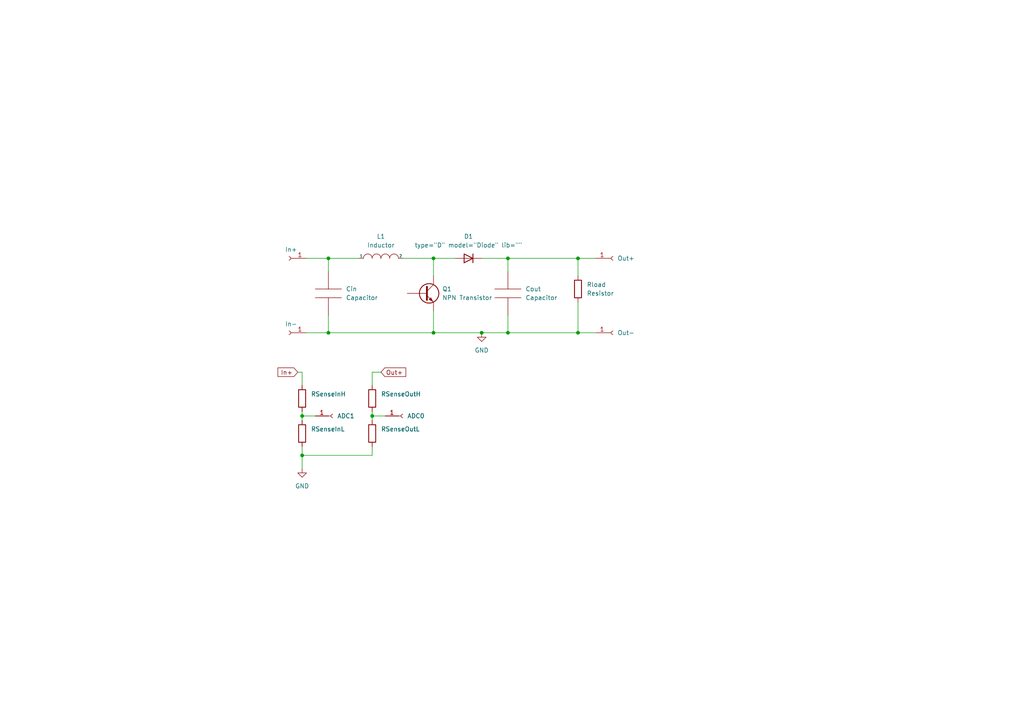
<source format=kicad_sch>
(kicad_sch (version 20211123) (generator eeschema)
  (paper "A4")
  (lib_symbols
    (symbol "C_1" (pin_numbers hide) (pin_names (offset 0.254) hide)
      (property "Reference" "C" (at 2.54 3.81 90))
      (property "Value" "C_1" (at 2.54 -3.81 90))
      (symbol "C_1_0_1"
        (polyline (pts (xy -3.81 -1.27) (xy 3.81 -1.27)))
        (polyline (pts (xy -3.81 1.27) (xy 3.81 1.27)))
      )
      (symbol "C_1_1_1"
        (pin passive line (at 0 6.35 270) (length 5.08) (name "~") (number "1"))
        (pin passive line (at 0 -6.35 90) (length 5.08) (name "~") (number "2"))
      )
    )
    (symbol "Connector:Conn_01x01_Female" (pin_names (offset 1.016) hide)
      (property "Reference" "J" (at 0 2.54 0))
      (property "Value" "Conn_01x01_Female" (at 0 -2.54 0))
      (symbol "Conn_01x01_Female_1_1"
        (polyline (pts (xy -1.27 0) (xy -0.508 0)) (stroke (width 0.1524)))
        (arc (start 0 0.508) (mid -0.508 0) (end 0 -0.508) (stroke (width 0.1524)))
        (pin passive line (at -5.08 0 0) (length 3.81) (name "Pin_1") (number "1"))
      )
    )
    (symbol "Device:Q_NPN_EBC" (pin_numbers hide) (pin_names (offset 0) hide)
      (property "Reference" "Q" (at 5.08 1.27 0))
      (property "Value" "Q_NPN_EBC" (at 5.08 -1.27 0))
      (symbol "Q_NPN_EBC_0_1"
        (polyline (pts (xy 0.635 0.635) (xy 2.54 2.54)))
        (polyline (pts (xy 0.635 -0.635) (xy 2.54 -2.54) (xy 2.54 -2.54)))
        (polyline (pts (xy 0.635 1.905) (xy 0.635 -1.905) (xy 0.635 -1.905)) (stroke (width 0.508)))
        (polyline (pts (xy 1.27 -1.778) (xy 1.778 -1.27) (xy 2.286 -2.286) (xy 1.27 -1.778) (xy 1.27 -1.778)) (fill (type outline)))
        (circle (center 1.27 0) (radius 2.8194) (stroke (width 0.254)))
      )
      (symbol "Q_NPN_EBC_1_1"
        (pin passive line (at 2.54 -5.08 90) (length 2.54) (name "E") (number "1"))
        (pin passive line (at -5.08 0 0) (length 5.715) (name "B") (number "2"))
        (pin passive line (at 2.54 5.08 270) (length 2.54) (name "C") (number "3"))
      )
    )
    (symbol "Device:R" (pin_numbers hide) (pin_names (offset 0))
      (property "Reference" "R" (at 2.032 0 90))
      (property "Value" "R" (at 0 0 90))
      (symbol "R_0_1"
        (rectangle (start -1.016 -2.54) (end 1.016 2.54) (stroke (width 0.254)))
      )
      (symbol "R_1_1"
        (pin passive line (at 0 3.81 270) (length 1.27) (name "~") (number "1"))
        (pin passive line (at 0 -3.81 90) (length 1.27) (name "~") (number "2"))
      )
    )
    (symbol "Simulation_SPICE:DIODE" (pin_numbers hide) (pin_names (offset 1.016) hide)
      (property "Reference" "D" (at 0 2.54 0))
      (property "Value" "DIODE" (at 0 -2.54 0))
      (symbol "DIODE_0_1"
        (polyline (pts (xy 1.27 0) (xy -1.27 0)))
        (polyline (pts (xy 1.27 1.27) (xy 1.27 -1.27)) (stroke (width 0.254)))
        (polyline (pts (xy -1.27 -1.27) (xy -1.27 1.27) (xy 1.27 0) (xy -1.27 -1.27)) (stroke (width 0.254)))
      )
      (symbol "DIODE_1_1"
        (pin passive line (at -3.81 0 0) (length 2.54) (name "A") (number "1"))
        (pin passive line (at 3.81 0 180) (length 2.54) (name "K") (number "2"))
      )
    )
    (symbol "power:GND" (power) (pin_names (offset 0))
      (property "Value" "GND" (at 0 -3.81 0))
      (symbol "GND_0_1"
        (polyline (pts (xy 0 0) (xy 0 -1.27) (xy 1.27 -1.27) (xy 0 -2.54) (xy -1.27 -1.27) (xy 0 -1.27)))
      )
      (symbol "GND_1_1"
        (pin power_in line (at 0 0 270) (length 0) hide (name "GND") (number "1"))
      )
    )
    (symbol "pspice:C" (pin_numbers hide) (pin_names (offset 0.254) hide)
      (property "Reference" "C" (at 2.54 3.81 90))
      (property "Value" "C" (at 2.54 -3.81 90))
      (symbol "C_0_1"
        (polyline (pts (xy -3.81 -1.27) (xy 3.81 -1.27)))
        (polyline (pts (xy -3.81 1.27) (xy 3.81 1.27)))
      )
      (symbol "C_1_1"
        (pin passive line (at 0 6.35 270) (length 5.08) (name "~") (number "1"))
        (pin passive line (at 0 -6.35 90) (length 5.08) (name "~") (number "2"))
      )
    )
    (symbol "pspice:INDUCTOR" (pin_numbers hide) (pin_names (offset 0))
      (property "Reference" "L" (at 0 2.54 0))
      (property "Value" "INDUCTOR" (at 0 -1.27 0))
      (symbol "INDUCTOR_0_1"
        (arc (start -2.54 0) (mid -3.81 1.27) (end -5.08 0))
        (arc (start 0 0) (mid -1.27 1.27) (end -2.54 0))
        (arc (start 2.54 0) (mid 1.27 1.27) (end 0 0))
        (arc (start 5.08 0) (mid 3.81 1.27) (end 2.54 0))
      )
      (symbol "INDUCTOR_1_1"
        (pin input line (at -6.35 0 0) (length 1.27) (name "1") (number "1"))
        (pin input line (at 6.35 0 180) (length 1.27) (name "2") (number "2"))
      )
    )
  )
  (junction (at 95.25 74.93))
  (junction (at 167.64 74.93))
  (junction (at 147.32 96.52))
  (junction (at 107.95 120.65))
  (junction (at 167.64 96.52))
  (junction (at 95.25 96.52))
  (junction (at 147.32 74.93))
  (junction (at 87.63 120.65))
  (junction (at 87.63 132.08))
  (junction (at 139.7 96.52))
  (junction (at 125.73 96.52))
  (junction (at 125.73 74.93))
  (wire (pts (xy 147.32 96.52) (xy 139.7 96.52)))
  (wire (pts (xy 116.84 74.93) (xy 125.73 74.93)))
  (wire (pts (xy 95.25 74.93) (xy 95.25 78.74)))
  (wire (pts (xy 107.95 120.65) (xy 107.95 121.92)))
  (wire (pts (xy 167.64 87.63) (xy 167.64 96.52)))
  (wire (pts (xy 147.32 96.52) (xy 167.64 96.52)))
  (wire (pts (xy 87.63 120.65) (xy 87.63 121.92)))
  (wire (pts (xy 139.7 96.52) (xy 125.73 96.52)))
  (wire (pts (xy 147.32 74.93) (xy 167.64 74.93)))
  (wire (pts (xy 95.25 91.44) (xy 95.25 96.52)))
  (wire (pts (xy 167.64 80.01) (xy 167.64 74.93)))
  (wire (pts (xy 167.64 74.93) (xy 172.72 74.93)))
  (wire (pts (xy 107.95 111.76) (xy 107.95 107.95)))
  (wire (pts (xy 107.95 107.95) (xy 110.49 107.95)))
  (wire (pts (xy 125.73 74.93) (xy 132.08 74.93)))
  (wire (pts (xy 87.63 111.76) (xy 87.63 107.95)))
  (wire (pts (xy 107.95 129.54) (xy 107.95 132.08)))
  (wire (pts (xy 167.64 96.52) (xy 172.72 96.52)))
  (wire (pts (xy 87.63 132.08) (xy 107.95 132.08)))
  (wire (pts (xy 95.25 74.93) (xy 104.14 74.93)))
  (wire (pts (xy 87.63 119.38) (xy 87.63 120.65)))
  (wire (pts (xy 88.9 96.52) (xy 95.25 96.52)))
  (wire (pts (xy 88.9 74.93) (xy 95.25 74.93)))
  (wire (pts (xy 86.36 107.95) (xy 87.63 107.95)))
  (wire (pts (xy 125.73 90.17) (xy 125.73 96.52)))
  (wire (pts (xy 125.73 80.01) (xy 125.73 74.93)))
  (wire (pts (xy 87.63 129.54) (xy 87.63 132.08)))
  (wire (pts (xy 107.95 119.38) (xy 107.95 120.65)))
  (wire (pts (xy 147.32 91.44) (xy 147.32 96.52)))
  (wire (pts (xy 87.63 120.65) (xy 91.44 120.65)))
  (wire (pts (xy 87.63 132.08) (xy 87.63 135.89)))
  (wire (pts (xy 107.95 120.65) (xy 111.76 120.65)))
  (wire (pts (xy 147.32 74.93) (xy 147.32 78.74)))
  (wire (pts (xy 139.7 74.93) (xy 147.32 74.93)))
  (wire (pts (xy 125.73 96.52) (xy 95.25 96.52)))
  (global_label "Out+" (shape input) (at 110.49 107.95 0) (property "Intersheet References" "${INTERSHEET_REFS}" (effects hide)))
  (global_label "In+" (shape input) (at 86.36 107.95 180) (property "Intersheet References" "${INTERSHEET_REFS}" (effects hide)))
  (symbol (lib_id "pspice:INDUCTOR") (at 110.49 74.93 0) (unit 1)
    (property "Reference" "L1" (at 110.49 68.58 0))
    (property "Value" "Inductor" (at 110.49 71.12 0))
  )
  (symbol (lib_id "Connector:Conn_01x01_Female") (at 177.8 74.93 0) (unit 1)
    (property "Reference" "Out+" (at 179.07 74.9299 0) (effects (justify left)))
    (property "Value" "Conn_01x01_Female" (effects hide))
  )
  (symbol (lib_id "Device:Q_NPN_EBC") (at 123.19 85.09 0) (unit 1)
    (property "Reference" "Q1" (at 128.27 83.82 0) (effects (justify left)))
    (property "Value" "NPN Transistor" (at 128.27 86.3599 0) (effects (justify left)))
  )
  (symbol (lib_id "Device:R") (at 107.95 115.57 0) (unit 1)
    (property "Reference" "RSenseOutH" (at 110.49 114.3 0) (effects (justify left)))
    (property "Value" "Resistor" (effects hide))
  )
  (symbol (lib_id "Device:R") (at 87.63 125.73 0) (unit 1)
    (property "Reference" "RSenseInL" (at 90.17 124.46 0) (effects (justify left)))
    (property "Value" "Resistor" (effects hide))
  )
  (symbol (lib_id "Device:R") (at 107.95 125.73 0) (unit 1)
    (property "Reference" "RSenseOutL" (at 110.49 124.46 0) (effects (justify left)))
    (property "Value" "Resistor" (effects hide))
  )
  (symbol (lib_id "Connector:Conn_01x01_Female") (at 96.52 120.65 0) (unit 1)
    (property "Reference" "ADC1" (at 97.79 120.6499 0) (effects (justify left)))
    (property "Value" "Conn_01x01_Female" (effects hide))
  )
  (symbol (lib_id "power:GND") (at 139.7 96.52 0) (unit 1)
    (property "Reference" "#PWR?" (effects hide))
    (property "Value" "GND" (at 139.7 101.6 0))
  )
  (symbol (lib_id "Connector:Conn_01x01_Female") (at 83.82 74.93 180) (unit 1)
    (property "Reference" "In+" (at 84.455 72.39 0))
    (property "Value" "Conn_01x01_Female" (effects hide))
  )
  (symbol (lib_id "Connector:Conn_01x01_Female") (at 116.84 120.65 0) (unit 1)
    (property "Reference" "ADC0" (at 118.11 120.6499 0) (effects (justify left)))
    (property "Value" "Conn_01x01_Female" (effects hide))
  )
  (symbol (lib_id "Connector:Conn_01x01_Female") (at 83.82 96.52 180) (unit 1)
    (property "Reference" "In-" (at 84.455 93.98 0))
    (property "Value" "Conn_01x01_Female" (effects hide))
  )
  (symbol (lib_id "power:GND") (at 87.63 135.89 0) (unit 1)
    (property "Reference" "#PWR?" (effects hide))
    (property "Value" "GND" (at 87.63 140.97 0))
  )
  (symbol (lib_id "Device:R") (at 167.64 83.82 0) (unit 1)
    (property "Reference" "Rload" (at 170.18 82.55 0) (effects (justify left)))
    (property "Value" "Resistor" (at 170.18 85.0899 0) (effects (justify left)))
  )
  (symbol (lib_id "Simulation_SPICE:DIODE") (at 135.89 74.93 0) (unit 1)
    (property "Reference" "D1" (at 135.89 68.58 0))
    (property "Value" "Diode" (at 135.89 71.12 0))
    (property "Spice_Netlist_Enabled" "Y" (effects hide))
    (property "Spice_Primitive" "D" (effects hide))
  )
  (symbol (lib_name "C_1") (lib_id "pspice:C") (at 147.32 85.09 0) (unit 1)
    (property "Reference" "Cout" (at 152.4 83.82 0) (effects (justify left)))
    (property "Value" "Capacitor" (at 152.4 86.3599 0) (effects (justify left)))
  )
  (symbol (lib_id "Device:R") (at 87.63 115.57 0) (unit 1)
    (property "Reference" "RSenseInH" (at 90.17 114.3 0) (effects (justify left)))
    (property "Value" "Resistor" (effects hide))
  )
  (symbol (lib_id "Connector:Conn_01x01_Female") (at 177.8 96.52 0) (unit 1)
    (property "Reference" "Out-" (at 179.07 96.5199 0) (effects (justify left)))
    (property "Value" "Conn_01x01_Female" (effects hide))
  )
  (symbol (lib_id "pspice:C") (at 95.25 85.09 0) (unit 1)
    (property "Reference" "Cin" (at 100.33 83.82 0) (effects (justify left)))
    (property "Value" "Capacitor" (at 100.33 86.3599 0) (effects (justify left)))
  )
)
</source>
